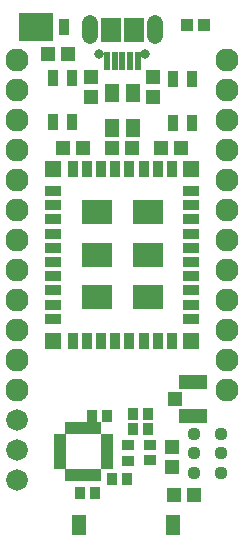
<source format=gtp>
G75*
%MOIN*%
%OFA0B0*%
%FSLAX24Y24*%
%IPPOS*%
%LPD*%
%AMOC8*
5,1,8,0,0,1.08239X$1,22.5*
%
%ADD10C,0.0434*%
%ADD11R,0.0513X0.0474*%
%ADD12R,0.0237X0.0611*%
%ADD13R,0.0671X0.0828*%
%ADD14C,0.0316*%
%ADD15C,0.0517*%
%ADD16R,0.0552X0.0552*%
%ADD17R,0.0552X0.0356*%
%ADD18R,0.0356X0.0552*%
%ADD19R,0.1025X0.0828*%
%ADD20R,0.0336X0.0572*%
%ADD21R,0.0474X0.0513*%
%ADD22R,0.0395X0.0395*%
%ADD23R,0.0513X0.0631*%
%ADD24R,0.0946X0.0493*%
%ADD25R,0.0493X0.0474*%
%ADD26R,0.0474X0.0671*%
%ADD27C,0.0770*%
%ADD28R,0.0395X0.0198*%
%ADD29R,0.0198X0.0395*%
%ADD30R,0.0434X0.0356*%
%ADD31R,0.0356X0.0434*%
%ADD32C,0.0720*%
%ADD33C,0.0438*%
%ADD34R,0.1130X0.0980*%
%ADD35R,0.0380X0.0580*%
D10*
X004153Y017045D03*
X006338Y017050D03*
D11*
X006268Y015455D03*
X006268Y014785D03*
X006523Y013090D03*
X007192Y013090D03*
X004193Y014805D03*
X004193Y015475D03*
X003927Y013090D03*
X003258Y013090D03*
X006948Y001540D03*
X007617Y001540D03*
D12*
X005755Y015987D03*
X005499Y015987D03*
X005243Y015987D03*
X004987Y015987D03*
X004731Y015987D03*
D13*
X004849Y017036D03*
X005637Y017040D03*
D14*
X006011Y016213D03*
X004475Y016213D03*
D15*
X004150Y016822D02*
X004150Y017258D01*
X006335Y017258D02*
X006335Y016822D01*
D16*
X007546Y012383D03*
X007546Y006674D03*
X002940Y006674D03*
X002940Y012383D03*
D17*
X002940Y011654D03*
X002940Y011182D03*
X002940Y010709D03*
X002940Y010237D03*
X002940Y009764D03*
X002940Y009292D03*
X002940Y008820D03*
X002940Y008347D03*
X002940Y007875D03*
X002940Y007402D03*
X007546Y007402D03*
X007546Y007875D03*
X007546Y008347D03*
X007546Y008820D03*
X007546Y009292D03*
X007546Y009764D03*
X007546Y010237D03*
X007546Y010709D03*
X007546Y011182D03*
X007546Y011654D03*
D18*
X006896Y012383D03*
X006424Y012383D03*
X005951Y012383D03*
X005479Y012383D03*
X005007Y012383D03*
X004534Y012383D03*
X004062Y012383D03*
X003589Y012383D03*
X003589Y006674D03*
X004062Y006674D03*
X004534Y006674D03*
X005007Y006674D03*
X005479Y006674D03*
X005951Y006674D03*
X006424Y006674D03*
X006896Y006674D03*
D19*
X006089Y008111D03*
X006089Y009528D03*
X006089Y010946D03*
X004396Y010946D03*
X004396Y009528D03*
X004396Y008111D03*
D20*
X003548Y013952D03*
X002938Y013952D03*
X002938Y015428D03*
X003548Y015428D03*
X006943Y015403D03*
X007553Y015403D03*
X007553Y013927D03*
X006943Y013927D03*
D21*
X005577Y013090D03*
X004908Y013090D03*
X003427Y016210D03*
X002758Y016210D03*
X006898Y003125D03*
X006898Y002455D03*
D22*
X007388Y017195D03*
X007978Y017195D03*
D23*
X005597Y014911D03*
X004888Y014911D03*
X004888Y013769D03*
X005597Y013769D03*
D24*
X007603Y005306D03*
X007603Y004144D03*
D25*
X007001Y004725D03*
D26*
X006938Y000530D03*
X003788Y000530D03*
D27*
X001743Y005040D03*
X001743Y006040D03*
X001743Y007040D03*
X001743Y008040D03*
X001743Y009040D03*
X001743Y010040D03*
X001743Y011040D03*
X001743Y012040D03*
X001743Y013040D03*
X001743Y014040D03*
X001743Y015040D03*
X001743Y016040D03*
X008743Y016040D03*
X008743Y015040D03*
X008743Y014040D03*
X008743Y013040D03*
X008743Y012040D03*
X008743Y011040D03*
X008743Y010040D03*
X008743Y009040D03*
X008743Y008040D03*
X008743Y007040D03*
X008743Y006040D03*
X008743Y005040D03*
D28*
X004725Y003462D03*
X004725Y003265D03*
X004725Y003068D03*
X004725Y002872D03*
X004725Y002675D03*
X004725Y002478D03*
X003150Y002478D03*
X003150Y002675D03*
X003150Y002872D03*
X003150Y003068D03*
X003150Y003265D03*
X003150Y003462D03*
D29*
X003446Y003757D03*
X003643Y003757D03*
X003839Y003757D03*
X004036Y003757D03*
X004233Y003757D03*
X004430Y003757D03*
X004430Y002183D03*
X004233Y002183D03*
X004036Y002183D03*
X003839Y002183D03*
X003643Y002183D03*
X003446Y002183D03*
D30*
X005438Y002669D03*
X005438Y003181D03*
X006163Y003191D03*
X006163Y002679D03*
D31*
X006094Y003720D03*
X006094Y004220D03*
X005582Y004220D03*
X005582Y003720D03*
X004744Y004170D03*
X004232Y004170D03*
X004882Y002070D03*
X005394Y002070D03*
X004334Y001600D03*
X003822Y001600D03*
D32*
X001743Y002040D03*
X001743Y003040D03*
X001743Y004040D03*
D33*
X007615Y003560D03*
X007617Y002911D03*
X007617Y002261D03*
X008539Y002261D03*
X008539Y002911D03*
X008539Y003560D03*
D34*
X002363Y017120D03*
D35*
X003288Y017120D03*
M02*

</source>
